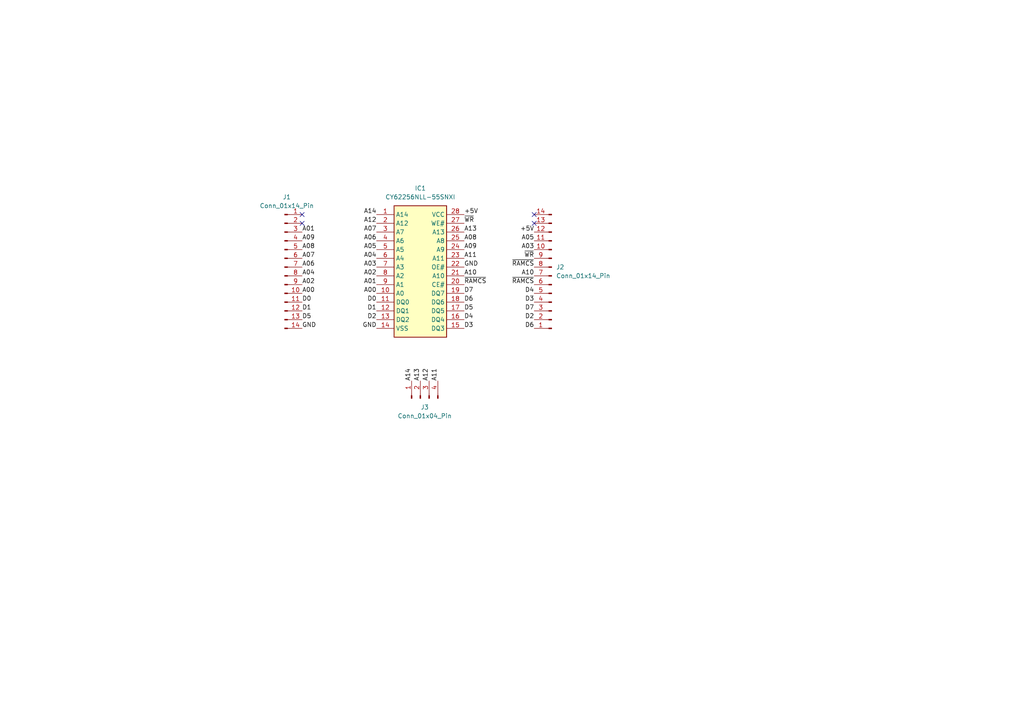
<source format=kicad_sch>
(kicad_sch (version 20230121) (generator eeschema)
  (paper "A4")
  (lib_symbols
    (symbol "AS6C62256-55PCN:AS6C62256-55PCN"
      (property "Reference" "IC" (at 21.59 7.62 0))
      (property "Value" "AS6C62256-55PCN" (at 21.59 5.08 0))
      (symbol "AS6C62256-55PCN_1_1"
        (rectangle (start 5.08 2.54) (end 20.32 -35.56) (stroke (width 0.254)) (fill (type background)))
        (pin input line (at 0 0 0) (length 5.08) (name "A14") (number "1"))
        (pin input line (at 0 -22.86 0) (length 5.08) (name "A0") (number "10"))
        (pin bidirectional line (at 0 -25.4 0) (length 5.08) (name "DQ0") (number "11"))
        (pin bidirectional line (at 0 -27.94 0) (length 5.08) (name "DQ1") (number "12"))
        (pin bidirectional line (at 0 -30.48 0) (length 5.08) (name "DQ2") (number "13"))
        (pin power_in line (at 0 -33.02 0) (length 5.08) (name "VSS") (number "14"))
        (pin bidirectional line (at 25.4 -33.02 180) (length 5.08) (name "DQ3") (number "15"))
        (pin bidirectional line (at 25.4 -30.48 180) (length 5.08) (name "DQ4") (number "16"))
        (pin bidirectional line (at 25.4 -27.94 180) (length 5.08) (name "DQ5") (number "17"))
        (pin bidirectional line (at 25.4 -25.4 180) (length 5.08) (name "DQ6") (number "18"))
        (pin bidirectional line (at 25.4 -22.86 180) (length 5.08) (name "DQ7") (number "19"))
        (pin input line (at 0 -2.54 0) (length 5.08) (name "A12") (number "2"))
        (pin input line (at 25.4 -20.32 180) (length 5.08) (name "CE#") (number "20"))
        (pin input line (at 25.4 -17.78 180) (length 5.08) (name "A10") (number "21"))
        (pin input line (at 25.4 -15.24 180) (length 5.08) (name "OE#") (number "22"))
        (pin input line (at 25.4 -12.7 180) (length 5.08) (name "A11") (number "23"))
        (pin input line (at 25.4 -10.16 180) (length 5.08) (name "A9") (number "24"))
        (pin input line (at 25.4 -7.62 180) (length 5.08) (name "A8") (number "25"))
        (pin input line (at 25.4 -5.08 180) (length 5.08) (name "A13") (number "26"))
        (pin input line (at 25.4 -2.54 180) (length 5.08) (name "WE#") (number "27"))
        (pin power_in line (at 25.4 0 180) (length 5.08) (name "VCC") (number "28"))
        (pin input line (at 0 -5.08 0) (length 5.08) (name "A7") (number "3"))
        (pin input line (at 0 -7.62 0) (length 5.08) (name "A6") (number "4"))
        (pin input line (at 0 -10.16 0) (length 5.08) (name "A5") (number "5"))
        (pin input line (at 0 -12.7 0) (length 5.08) (name "A4") (number "6"))
        (pin input line (at 0 -15.24 0) (length 5.08) (name "A3") (number "7"))
        (pin input line (at 0 -17.78 0) (length 5.08) (name "A2") (number "8"))
        (pin input line (at 0 -20.32 0) (length 5.08) (name "A1") (number "9"))
      )
    )
    (symbol "Connector:Conn_01x04_Pin" (pin_names (offset 1.016) hide)
      (property "Reference" "J" (at 0 5.08 0))
      (property "Value" "Conn_01x04_Pin" (at 0 -7.62 0))
      (symbol "Conn_01x04_Pin_1_1"
        (polyline (pts (xy 1.27 -5.08) (xy 0.8636 -5.08)) (stroke (width 0.1524)))
        (polyline (pts (xy 1.27 -2.54) (xy 0.8636 -2.54)) (stroke (width 0.1524)))
        (polyline (pts (xy 1.27 0) (xy 0.8636 0)) (stroke (width 0.1524)))
        (polyline (pts (xy 1.27 2.54) (xy 0.8636 2.54)) (stroke (width 0.1524)))
        (rectangle (start 0.8636 -4.953) (end 0 -5.207) (stroke (width 0.1524)) (fill (type outline)))
        (rectangle (start 0.8636 -2.413) (end 0 -2.667) (stroke (width 0.1524)) (fill (type outline)))
        (rectangle (start 0.8636 0.127) (end 0 -0.127) (stroke (width 0.1524)) (fill (type outline)))
        (rectangle (start 0.8636 2.667) (end 0 2.413) (stroke (width 0.1524)) (fill (type outline)))
        (pin passive line (at 5.08 2.54 180) (length 3.81) (name "Pin_1") (number "1"))
        (pin passive line (at 5.08 0 180) (length 3.81) (name "Pin_2") (number "2"))
        (pin passive line (at 5.08 -2.54 180) (length 3.81) (name "Pin_3") (number "3"))
        (pin passive line (at 5.08 -5.08 180) (length 3.81) (name "Pin_4") (number "4"))
      )
    )
    (symbol "Connector:Conn_01x14_Pin" (pin_names (offset 1.016) hide)
      (property "Reference" "J" (at 0 17.78 0))
      (property "Value" "Conn_01x14_Pin" (at 0 -20.32 0))
      (symbol "Conn_01x14_Pin_1_1"
        (polyline (pts (xy 1.27 -17.78) (xy 0.8636 -17.78)) (stroke (width 0.1524)))
        (polyline (pts (xy 1.27 -15.24) (xy 0.8636 -15.24)) (stroke (width 0.1524)))
        (polyline (pts (xy 1.27 -12.7) (xy 0.8636 -12.7)) (stroke (width 0.1524)))
        (polyline (pts (xy 1.27 -10.16) (xy 0.8636 -10.16)) (stroke (width 0.1524)))
        (polyline (pts (xy 1.27 -7.62) (xy 0.8636 -7.62)) (stroke (width 0.1524)))
        (polyline (pts (xy 1.27 -5.08) (xy 0.8636 -5.08)) (stroke (width 0.1524)))
        (polyline (pts (xy 1.27 -2.54) (xy 0.8636 -2.54)) (stroke (width 0.1524)))
        (polyline (pts (xy 1.27 0) (xy 0.8636 0)) (stroke (width 0.1524)))
        (polyline (pts (xy 1.27 2.54) (xy 0.8636 2.54)) (stroke (width 0.1524)))
        (polyline (pts (xy 1.27 5.08) (xy 0.8636 5.08)) (stroke (width 0.1524)))
        (polyline (pts (xy 1.27 7.62) (xy 0.8636 7.62)) (stroke (width 0.1524)))
        (polyline (pts (xy 1.27 10.16) (xy 0.8636 10.16)) (stroke (width 0.1524)))
        (polyline (pts (xy 1.27 12.7) (xy 0.8636 12.7)) (stroke (width 0.1524)))
        (polyline (pts (xy 1.27 15.24) (xy 0.8636 15.24)) (stroke (width 0.1524)))
        (rectangle (start 0.8636 -17.653) (end 0 -17.907) (stroke (width 0.1524)) (fill (type outline)))
        (rectangle (start 0.8636 -15.113) (end 0 -15.367) (stroke (width 0.1524)) (fill (type outline)))
        (rectangle (start 0.8636 -12.573) (end 0 -12.827) (stroke (width 0.1524)) (fill (type outline)))
        (rectangle (start 0.8636 -10.033) (end 0 -10.287) (stroke (width 0.1524)) (fill (type outline)))
        (rectangle (start 0.8636 -7.493) (end 0 -7.747) (stroke (width 0.1524)) (fill (type outline)))
        (rectangle (start 0.8636 -4.953) (end 0 -5.207) (stroke (width 0.1524)) (fill (type outline)))
        (rectangle (start 0.8636 -2.413) (end 0 -2.667) (stroke (width 0.1524)) (fill (type outline)))
        (rectangle (start 0.8636 0.127) (end 0 -0.127) (stroke (width 0.1524)) (fill (type outline)))
        (rectangle (start 0.8636 2.667) (end 0 2.413) (stroke (width 0.1524)) (fill (type outline)))
        (rectangle (start 0.8636 5.207) (end 0 4.953) (stroke (width 0.1524)) (fill (type outline)))
        (rectangle (start 0.8636 7.747) (end 0 7.493) (stroke (width 0.1524)) (fill (type outline)))
        (rectangle (start 0.8636 10.287) (end 0 10.033) (stroke (width 0.1524)) (fill (type outline)))
        (rectangle (start 0.8636 12.827) (end 0 12.573) (stroke (width 0.1524)) (fill (type outline)))
        (rectangle (start 0.8636 15.367) (end 0 15.113) (stroke (width 0.1524)) (fill (type outline)))
        (pin passive line (at 5.08 15.24 180) (length 3.81) (name "Pin_1") (number "1"))
        (pin passive line (at 5.08 -7.62 180) (length 3.81) (name "Pin_10") (number "10"))
        (pin passive line (at 5.08 -10.16 180) (length 3.81) (name "Pin_11") (number "11"))
        (pin passive line (at 5.08 -12.7 180) (length 3.81) (name "Pin_12") (number "12"))
        (pin passive line (at 5.08 -15.24 180) (length 3.81) (name "Pin_13") (number "13"))
        (pin passive line (at 5.08 -17.78 180) (length 3.81) (name "Pin_14") (number "14"))
        (pin passive line (at 5.08 12.7 180) (length 3.81) (name "Pin_2") (number "2"))
        (pin passive line (at 5.08 10.16 180) (length 3.81) (name "Pin_3") (number "3"))
        (pin passive line (at 5.08 7.62 180) (length 3.81) (name "Pin_4") (number "4"))
        (pin passive line (at 5.08 5.08 180) (length 3.81) (name "Pin_5") (number "5"))
        (pin passive line (at 5.08 2.54 180) (length 3.81) (name "Pin_6") (number "6"))
        (pin passive line (at 5.08 0 180) (length 3.81) (name "Pin_7") (number "7"))
        (pin passive line (at 5.08 -2.54 180) (length 3.81) (name "Pin_8") (number "8"))
        (pin passive line (at 5.08 -5.08 180) (length 3.81) (name "Pin_9") (number "9"))
      )
    )
  )
  (no_connect (at 154.94 64.77))
  (no_connect (at 87.63 62.23))
  (no_connect (at 87.63 64.77))
  (no_connect (at 154.94 62.23))
  (label "A01" (at 87.63 67.31 0))
  (label "A02" (at 87.63 82.55 0))
  (label "A13" (at 134.62 67.31 0))
  (label "D2" (at 154.94 92.71 180))
  (label "A04" (at 109.22 74.93 180))
  (label "D7" (at 154.94 90.17 180))
  (label "A09" (at 134.62 72.39 0))
  (label "A14" (at 119.38 110.49 90))
  (label "A02" (at 109.22 80.01 180))
  (label "A01" (at 109.22 82.55 180))
  (label "D5" (at 134.62 90.17 0))
  (label "A11" (at 134.62 74.93 0))
  (label "A10" (at 134.62 80.01 0))
  (label "~{RAMCS}" (at 154.94 77.47 180))
  (label "A13" (at 121.92 110.49 90))
  (label "A00" (at 87.63 85.09 0))
  (label "D3" (at 154.94 87.63 180))
  (label "D1" (at 109.22 90.17 180))
  (label "D5" (at 87.63 92.71 0))
  (label "A06" (at 87.63 77.47 0))
  (label "D3" (at 134.62 95.25 0))
  (label "~{RAMCS}" (at 154.94 82.55 180))
  (label "A00" (at 109.22 85.09 180))
  (label "~{WR}" (at 154.94 74.93 180))
  (label "D7" (at 134.62 85.09 0))
  (label "A07" (at 109.22 67.31 180))
  (label "+5V" (at 134.62 62.23 0))
  (label "D6" (at 154.94 95.25 180))
  (label "~{RAMCS}" (at 134.62 82.55 0))
  (label "A05" (at 109.22 72.39 180))
  (label "A11" (at 127 110.49 90))
  (label "GND" (at 87.63 95.25 0))
  (label "A03" (at 109.22 77.47 180))
  (label "D0" (at 109.22 87.63 180))
  (label "A05" (at 154.94 69.85 180))
  (label "A04" (at 87.63 80.01 0))
  (label "D6" (at 134.62 87.63 0))
  (label "D4" (at 154.94 85.09 180))
  (label "D4" (at 134.62 92.71 0))
  (label "A03" (at 154.94 72.39 180))
  (label "~{WR}" (at 134.62 64.77 0))
  (label "D0" (at 87.63 87.63 0))
  (label "A06" (at 109.22 69.85 180))
  (label "A08" (at 87.63 72.39 0))
  (label "GND" (at 109.22 95.25 180))
  (label "A08" (at 134.62 69.85 0))
  (label "GND" (at 134.62 77.47 0))
  (label "A07" (at 87.63 74.93 0))
  (label "A14" (at 109.22 62.23 180))
  (label "A12" (at 109.22 64.77 180))
  (label "A10" (at 154.94 80.01 180))
  (label "D2" (at 109.22 92.71 180))
  (label "A12" (at 124.46 110.49 90))
  (label "D1" (at 87.63 90.17 0))
  (label "+5V" (at 154.94 67.31 180))
  (label "A09" (at 87.63 69.85 0))
  (symbol (lib_id "Connector:Conn_01x14_Pin") (at 160.02 80.01 180) (unit 1)
    (property "Reference" "J2" (at 161.29 77.47 0) (effects (justify right)))
    (property "Value" "Conn_01x14_Pin" (at 161.29 80.01 0) (effects (justify right)))
    (property "Footprint" "Connector_PinHeader_2.54mm:PinHeader_1x14_P2.54mm_Vertical" (effects hide))
  )
  (symbol (lib_id "Connector:Conn_01x14_Pin") (at 82.55 77.47 0) (unit 1)
    (property "Reference" "J1" (at 83.185 57.15 0))
    (property "Value" "Conn_01x14_Pin" (at 83.185 59.69 0))
    (property "Footprint" "Connector_PinHeader_2.54mm:PinHeader_1x14_P2.54mm_Vertical" (effects hide))
  )
  (symbol (lib_id "AS6C62256-55PCN:AS6C62256-55PCN") (at 109.22 62.23 0) (unit 1)
    (property "Reference" "IC1" (at 121.92 54.61 0))
    (property "Value" "CY62256NLL-55SNXI" (at 121.92 57.15 0))
    (property "Footprint" "CluelessEngineer:DIP1587W140P254L3632H381Q28N" (effects hide))
    (property "Datasheet" "https://componentsearchengine.com/Datasheets/1/AS6C62256-55PCN.pdf" (effects hide))
    (property "Height" "3.81" (effects hide))
    (property "Mouser Part Number" "913-AS6C62256-55PCN" (effects hide))
    (property "Mouser Price/Stock" "https://www.mouser.co.uk/ProductDetail/Alliance-Memory/AS6C62256-55PCN?qs=LD2UibpCYJqgbIupMJnGTQ%3D%3D" (effects hide))
    (property "Manufacturer_Name" "Alliance Memory" (effects hide))
    (property "Manufacturer_Part_Number" "AS6C62256-55PCN" (effects hide))
  )
  (symbol (lib_id "Connector:Conn_01x04_Pin") (at 121.92 115.57 90) (unit 1)
    (property "Reference" "J3" (at 123.19 118.11 90))
    (property "Value" "Conn_01x04_Pin" (at 123.19 120.65 90))
    (property "Footprint" "Connector_PinHeader_2.54mm:PinHeader_1x04_P2.54mm_Horizontal" (effects hide))
  )
)
</source>
